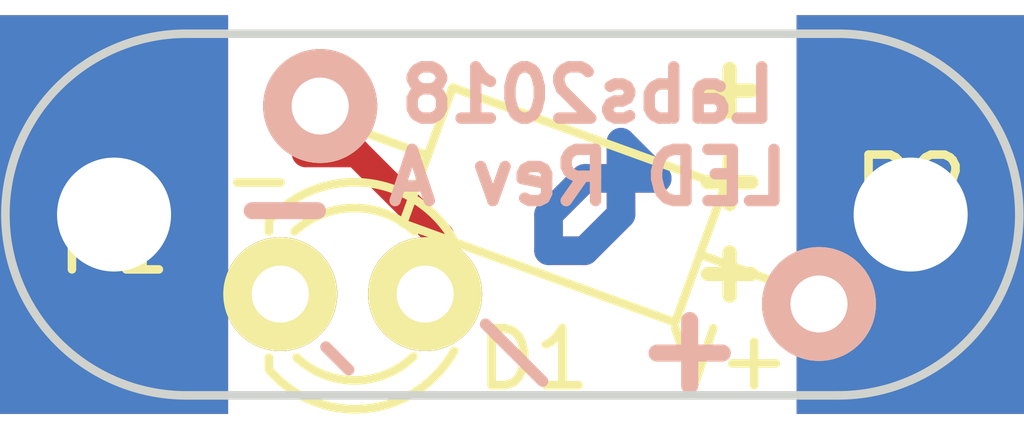
<source format=kicad_pcb>
(kicad_pcb (version 4) (host pcbnew 4.0.2+dfsg1-stable)

  (general
    (links 3)
    (no_connects 0)
    (area 42.785 37.207935 61.355 45.297001)
    (thickness 1.6)
    (drawings 10)
    (tracks 25)
    (zones 0)
    (modules 4)
    (nets 4)
  )

  (page User 150.012 150.012)
  (layers
    (0 F.Cu signal)
    (31 B.Cu signal)
    (32 B.Adhes user)
    (33 F.Adhes user)
    (34 B.Paste user)
    (35 F.Paste user)
    (36 B.SilkS user)
    (37 F.SilkS user)
    (38 B.Mask user)
    (39 F.Mask user)
    (40 Dwgs.User user)
    (41 Cmts.User user)
    (42 Eco1.User user)
    (43 Eco2.User user)
    (44 Edge.Cuts user)
    (45 Margin user)
    (46 B.CrtYd user)
    (47 F.CrtYd user)
    (48 B.Fab user)
    (49 F.Fab user)
  )

  (setup
    (last_trace_width 0.5)
    (trace_clearance 0.3)
    (zone_clearance 0.508)
    (zone_45_only no)
    (trace_min 0.2)
    (segment_width 0.2)
    (edge_width 0.15)
    (via_size 0.6)
    (via_drill 0.4)
    (via_min_size 0.4)
    (via_min_drill 0.3)
    (uvia_size 0.3)
    (uvia_drill 0.1)
    (uvias_allowed no)
    (uvia_min_size 0.2)
    (uvia_min_drill 0.1)
    (pcb_text_width 0.3)
    (pcb_text_size 1.5 1.5)
    (mod_edge_width 0.15)
    (mod_text_size 1 1)
    (mod_text_width 0.15)
    (pad_size 2 2)
    (pad_drill 1.00076)
    (pad_to_mask_clearance 0.2)
    (aux_axis_origin 0 0)
    (visible_elements FFFFFF7F)
    (pcbplotparams
      (layerselection 0x3d0fb_80000001)
      (usegerberextensions true)
      (excludeedgelayer true)
      (linewidth 0.100000)
      (plotframeref false)
      (viasonmask false)
      (mode 1)
      (useauxorigin false)
      (hpglpennumber 1)
      (hpglpenspeed 20)
      (hpglpendiameter 15)
      (hpglpenoverlay 2)
      (psnegative false)
      (psa4output false)
      (plotreference true)
      (plotvalue true)
      (plotinvisibletext false)
      (padsonsilk false)
      (subtractmaskfromsilk false)
      (outputformat 1)
      (mirror false)
      (drillshape 0)
      (scaleselection 1)
      (outputdirectory LabsLEDRevA))
  )

  (net 0 "")
  (net 1 "Net-(D1-Pad1)")
  (net 2 "Net-(D1-Pad2)")
  (net 3 "Net-(P2-Pad1)")

  (net_class Default "This is the default net class."
    (clearance 0.3)
    (trace_width 0.5)
    (via_dia 0.6)
    (via_drill 0.4)
    (uvia_dia 0.3)
    (uvia_drill 0.1)
    (add_net "Net-(D1-Pad1)")
    (add_net "Net-(D1-Pad2)")
    (add_net "Net-(P2-Pad1)")
  )

  (module LED-3MM (layer F.Cu) (tedit 5B8333D3) (tstamp 5B770322)
    (at 48 42.672)
    (descr "LED 3mm round vertical")
    (tags "LED  3mm round vertical")
    (path /5B6B41C0)
    (fp_text reference D1 (at 4.445 1.143 180) (layer F.SilkS)
      (effects (font (size 1 1) (thickness 0.15)))
    )
    (fp_text value LED (at 1.3 -2.9) (layer F.Fab)
      (effects (font (size 1 1) (thickness 0.15)))
    )
    (fp_line (start -1.2 2.3) (end 3.8 2.3) (layer F.CrtYd) (width 0.05))
    (fp_line (start 3.8 2.3) (end 3.8 -2.2) (layer F.CrtYd) (width 0.05))
    (fp_line (start 3.8 -2.2) (end -1.2 -2.2) (layer F.CrtYd) (width 0.05))
    (fp_line (start -1.2 -2.2) (end -1.2 2.3) (layer F.CrtYd) (width 0.05))
    (fp_line (start -0.199 1.314) (end -0.199 1.114) (layer F.SilkS) (width 0.15))
    (fp_line (start -0.199 -1.28) (end -0.199 -1.1) (layer F.SilkS) (width 0.15))
    (fp_arc (start 1.301 0.034) (end -0.199 -1.286) (angle 108.5) (layer F.SilkS) (width 0.15))
    (fp_arc (start 1.301 0.034) (end 0.25 -1.1) (angle 85.7) (layer F.SilkS) (width 0.15))
    (fp_arc (start 1.311 0.034) (end 3.051 0.994) (angle 110) (layer F.SilkS) (width 0.15))
    (fp_arc (start 1.301 0.034) (end 2.335 1.094) (angle 87.5) (layer F.SilkS) (width 0.15))
    (fp_text user K (at 0 0) (layer F.SilkS)
      (effects (font (size 1 1) (thickness 0.15)))
    )
    (pad 1 thru_hole circle (at 0 0 90) (size 2 2) (drill 1.00076) (layers *.Cu *.Mask F.SilkS)
      (net 1 "Net-(D1-Pad1)"))
    (pad 2 thru_hole circle (at 2.54 0) (size 2 2) (drill 1.00076) (layers *.Cu *.Mask F.SilkS)
      (net 2 "Net-(D1-Pad2)"))
    (model LEDs.3dshapes/LED-3MM.wrl
      (at (xyz 0.05 0 0))
      (scale (xyz 1 1 1))
      (rotate (xyz 0 0 90))
    )
  )

  (module SMTPIN (layer F.Cu) (tedit 5B83320C) (tstamp 5B770327)
    (at 45.085 41.275)
    (path /5B6B4256)
    (fp_text reference P1 (at 0 0.508) (layer F.SilkS)
      (effects (font (size 1 1) (thickness 0.15)))
    )
    (fp_text value - (at 2.54 -0.635) (layer F.SilkS)
      (effects (font (size 1 1) (thickness 0.15)))
    )
    (pad 1 thru_hole rect (at 0 0) (size 4 7) (drill 2) (layers *.Cu *.Mask)
      (net 1 "Net-(D1-Pad1)"))
  )

  (module SMTPIN (layer F.Cu) (tedit 5B833164) (tstamp 5B77032C)
    (at 59.055 41.275)
    (path /5B6B422E)
    (fp_text reference P2 (at 0 -0.508) (layer F.SilkS)
      (effects (font (size 1 1) (thickness 0.15)))
    )
    (fp_text value V+ (at -3.175 2.54) (layer F.SilkS)
      (effects (font (size 1 1) (thickness 0.15)))
    )
    (pad 1 thru_hole rect (at 0 0) (size 4 7) (drill 2) (layers *.Cu *.Mask)
      (net 3 "Net-(P2-Pad1)"))
  )

  (module Resistor_Horizontal_RM10mm (layer F.Cu) (tedit 5B833398) (tstamp 5B77033C)
    (at 48.2 39.37 340)
    (descr "Resistor, Axial,  RM 10mm, 1/3W")
    (tags "Resistor Axial RM 10mm 1/3W")
    (path /5B6B41FD)
    (fp_text reference R1 (at 4.491731 -1.634856 340) (layer F.SilkS) hide
      (effects (font (size 1 1) (thickness 0.15)))
    )
    (fp_text value 470 (at 7.493 -0.254 340) (layer F.Fab)
      (effects (font (size 1 1) (thickness 0.15)))
    )
    (fp_line (start -1.25 -1.5) (end 11.4 -1.5) (layer F.CrtYd) (width 0.05))
    (fp_line (start -1.25 1.5) (end -1.25 -1.5) (layer F.CrtYd) (width 0.05))
    (fp_line (start 11.4 -1.5) (end 11.4 1.5) (layer F.CrtYd) (width 0.05))
    (fp_line (start -1.25 1.5) (end 11.4 1.5) (layer F.CrtYd) (width 0.05))
    (fp_line (start 2.54 -1.27) (end 7.62 -1.27) (layer F.SilkS) (width 0.15))
    (fp_line (start 7.62 -1.27) (end 7.62 1.27) (layer F.SilkS) (width 0.15))
    (fp_line (start 7.62 1.27) (end 2.54 1.27) (layer F.SilkS) (width 0.15))
    (fp_line (start 2.54 1.27) (end 2.54 -1.27) (layer F.SilkS) (width 0.15))
    (fp_line (start 2.54 0) (end 1.27 0) (layer F.SilkS) (width 0.15))
    (fp_line (start 7.62 0) (end 8.89 0) (layer F.SilkS) (width 0.15))
    (pad 1 thru_hole circle (at 0.469846 -0.17101 340) (size 1.99898 1.99898) (drill 1.00076) (layers *.Cu *.SilkS *.Mask)
      (net 2 "Net-(D1-Pad2)"))
    (pad 2 thru_hole circle (at 9.878092 0.102606 340) (size 1.99898 1.99898) (drill 1.00076) (layers *.Cu *.SilkS *.Mask)
      (net 3 "Net-(P2-Pad1)"))
    (model Resistors_ThroughHole.3dshapes/Resistor_Horizontal_RM10mm.wrl
      (at (xyz 0.2 0 0))
      (scale (xyz 0.4 0.4 0.4))
      (rotate (xyz 0 0 0))
    )
  )

  (gr_line (start 51.6 43.2) (end 52.6 44.2) (angle 90) (layer B.SilkS) (width 0.2))
  (gr_line (start 48.8 43.6) (end 49.2 44) (angle 90) (layer B.SilkS) (width 0.2))
  (gr_text + (at 55.18 43.6) (layer B.SilkS)
    (effects (font (size 1.5 1.5) (thickness 0.3)))
  )
  (gr_text - (at 48.08 41.1) (layer B.SilkS)
    (effects (font (size 1.5 1.5) (thickness 0.3)))
  )
  (gr_text "+\n+\n+" (at 55.88 40.64) (layer F.SilkS)
    (effects (font (size 1 1) (thickness 0.25)))
  )
  (gr_text "Labs2018\nLED Rev A" (at 53.4 39.9) (layer B.SilkS)
    (effects (font (size 0.9 0.9) (thickness 0.2)) (justify mirror))
  )
  (gr_arc (start 57.785 41.275) (end 57.785 38.1) (angle 180) (layer Edge.Cuts) (width 0.15))
  (gr_line (start 46.355 44.45) (end 57.785 44.45) (angle 90) (layer Edge.Cuts) (width 0.15))
  (gr_line (start 46.355 38.1) (end 57.785 38.1) (angle 90) (layer Edge.Cuts) (width 0.15))
  (gr_arc (start 46.355 41.275) (end 46.355 44.45) (angle 180) (layer Edge.Cuts) (width 0.15))

  (segment (start 53.975 40.005) (end 54.61 40.64) (width 0.5) (layer B.Cu) (net 0))
  (segment (start 53.975 41.275) (end 53.975 40.005) (width 0.5) (layer B.Cu) (net 0) (tstamp 5B6B72F6))
  (segment (start 53.34 41.91) (end 53.975 41.275) (width 0.5) (layer B.Cu) (net 0) (tstamp 5B6B72F5))
  (segment (start 52.705 41.91) (end 53.34 41.91) (width 0.5) (layer B.Cu) (net 0) (tstamp 5B6B72F4))
  (segment (start 52.705 41.275) (end 52.705 41.91) (width 0.5) (layer B.Cu) (net 0) (tstamp 5B6B72F3))
  (segment (start 53.34 40.64) (end 52.705 41.275) (width 0.5) (layer B.Cu) (net 0) (tstamp 5B6B72F2))
  (segment (start 54.61 40.64) (end 53.34 40.64) (width 0.5) (layer B.Cu) (net 0) (tstamp 5B6B72F1))
  (segment (start 52.705 41.91) (end 52.705 41.275) (width 0.5) (layer F.Cu) (net 0))
  (segment (start 53.34 41.91) (end 52.705 41.91) (width 0.5) (layer F.Cu) (net 0) (tstamp 5B6B72EE))
  (segment (start 53.975 41.275) (end 53.34 41.91) (width 0.5) (layer F.Cu) (net 0) (tstamp 5B6B72ED))
  (segment (start 53.975 40.64) (end 53.975 41.275) (width 0.5) (layer F.Cu) (net 0) (tstamp 5B6B72EC))
  (segment (start 53.34 40.64) (end 53.975 40.64) (width 0.5) (layer F.Cu) (net 0) (tstamp 5B6B72E8))
  (segment (start 52.705 41.275) (end 53.34 40.64) (width 0.5) (layer F.Cu) (net 0) (tstamp 5B6B72E7))
  (segment (start 53.975 40.64) (end 53.975 40.005) (width 0.5) (layer F.Cu) (net 0) (tstamp 5B6B72E9))
  (segment (start 53.975 40.005) (end 54.61 40.64) (width 0.5) (layer F.Cu) (net 0) (tstamp 5B6B72EA))
  (segment (start 54.61 40.64) (end 53.975 40.64) (width 0.5) (layer F.Cu) (net 0) (tstamp 5B6B72EB))
  (segment (start 48.26 42.672) (end 46.228 42.672) (width 0.5) (layer F.Cu) (net 1))
  (segment (start 46.228 42.672) (end 45.212 41.656) (width 0.5) (layer F.Cu) (net 1) (tstamp 5B77038A))
  (segment (start 49.3395 40.1955) (end 48.4505 40.1955) (width 0.5) (layer F.Cu) (net 2))
  (segment (start 50.8 41.656) (end 50.8 42.672) (width 0.5) (layer F.Cu) (net 2) (tstamp 5B770387))
  (segment (start 48.768 39.624) (end 49.3395 40.1955) (width 0.5) (layer F.Cu) (net 2) (tstamp 5B770386))
  (segment (start 49.3395 40.1955) (end 50.8 41.656) (width 0.5) (layer F.Cu) (net 2) (tstamp 5B7704D2))
  (segment (start 59.055 41.275) (end 58.742202 41.275) (width 0.5) (layer F.Cu) (net 3))
  (segment (start 58.742202 41.275) (end 57.172277 42.844925) (width 0.5) (layer F.Cu) (net 3) (tstamp 5B7704CC))
  (segment (start 57.912 42.037) (end 58.42 42.545) (width 0.5) (layer F.Cu) (net 3) (tstamp 5B770431))

)

</source>
